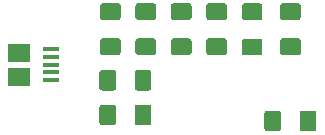
<source format=gbr>
G04 #@! TF.GenerationSoftware,KiCad,Pcbnew,(5.1.5)-3*
G04 #@! TF.CreationDate,2021-08-24T07:45:27-07:00*
G04 #@! TF.ProjectId,USB breakout,55534220-6272-4656-916b-6f75742e6b69,rev?*
G04 #@! TF.SameCoordinates,Original*
G04 #@! TF.FileFunction,Paste,Top*
G04 #@! TF.FilePolarity,Positive*
%FSLAX46Y46*%
G04 Gerber Fmt 4.6, Leading zero omitted, Abs format (unit mm)*
G04 Created by KiCad (PCBNEW (5.1.5)-3) date 2021-08-24 07:45:27*
%MOMM*%
%LPD*%
G04 APERTURE LIST*
%ADD10R,1.900000X1.500000*%
%ADD11R,1.350000X0.400000*%
%ADD12C,0.100000*%
G04 APERTURE END LIST*
D10*
X101512500Y-92000000D03*
D11*
X104212500Y-90350000D03*
X104212500Y-89700000D03*
X104212500Y-92300000D03*
X104212500Y-91650000D03*
X104212500Y-91000000D03*
D10*
X101512500Y-90000000D03*
D12*
G36*
X112899504Y-88763704D02*
G01*
X112923773Y-88767304D01*
X112947571Y-88773265D01*
X112970671Y-88781530D01*
X112992849Y-88792020D01*
X113013893Y-88804633D01*
X113033598Y-88819247D01*
X113051777Y-88835723D01*
X113068253Y-88853902D01*
X113082867Y-88873607D01*
X113095480Y-88894651D01*
X113105970Y-88916829D01*
X113114235Y-88939929D01*
X113120196Y-88963727D01*
X113123796Y-88987996D01*
X113125000Y-89012500D01*
X113125000Y-89937500D01*
X113123796Y-89962004D01*
X113120196Y-89986273D01*
X113114235Y-90010071D01*
X113105970Y-90033171D01*
X113095480Y-90055349D01*
X113082867Y-90076393D01*
X113068253Y-90096098D01*
X113051777Y-90114277D01*
X113033598Y-90130753D01*
X113013893Y-90145367D01*
X112992849Y-90157980D01*
X112970671Y-90168470D01*
X112947571Y-90176735D01*
X112923773Y-90182696D01*
X112899504Y-90186296D01*
X112875000Y-90187500D01*
X111625000Y-90187500D01*
X111600496Y-90186296D01*
X111576227Y-90182696D01*
X111552429Y-90176735D01*
X111529329Y-90168470D01*
X111507151Y-90157980D01*
X111486107Y-90145367D01*
X111466402Y-90130753D01*
X111448223Y-90114277D01*
X111431747Y-90096098D01*
X111417133Y-90076393D01*
X111404520Y-90055349D01*
X111394030Y-90033171D01*
X111385765Y-90010071D01*
X111379804Y-89986273D01*
X111376204Y-89962004D01*
X111375000Y-89937500D01*
X111375000Y-89012500D01*
X111376204Y-88987996D01*
X111379804Y-88963727D01*
X111385765Y-88939929D01*
X111394030Y-88916829D01*
X111404520Y-88894651D01*
X111417133Y-88873607D01*
X111431747Y-88853902D01*
X111448223Y-88835723D01*
X111466402Y-88819247D01*
X111486107Y-88804633D01*
X111507151Y-88792020D01*
X111529329Y-88781530D01*
X111552429Y-88773265D01*
X111576227Y-88767304D01*
X111600496Y-88763704D01*
X111625000Y-88762500D01*
X112875000Y-88762500D01*
X112899504Y-88763704D01*
G37*
G36*
X112899504Y-85788704D02*
G01*
X112923773Y-85792304D01*
X112947571Y-85798265D01*
X112970671Y-85806530D01*
X112992849Y-85817020D01*
X113013893Y-85829633D01*
X113033598Y-85844247D01*
X113051777Y-85860723D01*
X113068253Y-85878902D01*
X113082867Y-85898607D01*
X113095480Y-85919651D01*
X113105970Y-85941829D01*
X113114235Y-85964929D01*
X113120196Y-85988727D01*
X113123796Y-86012996D01*
X113125000Y-86037500D01*
X113125000Y-86962500D01*
X113123796Y-86987004D01*
X113120196Y-87011273D01*
X113114235Y-87035071D01*
X113105970Y-87058171D01*
X113095480Y-87080349D01*
X113082867Y-87101393D01*
X113068253Y-87121098D01*
X113051777Y-87139277D01*
X113033598Y-87155753D01*
X113013893Y-87170367D01*
X112992849Y-87182980D01*
X112970671Y-87193470D01*
X112947571Y-87201735D01*
X112923773Y-87207696D01*
X112899504Y-87211296D01*
X112875000Y-87212500D01*
X111625000Y-87212500D01*
X111600496Y-87211296D01*
X111576227Y-87207696D01*
X111552429Y-87201735D01*
X111529329Y-87193470D01*
X111507151Y-87182980D01*
X111486107Y-87170367D01*
X111466402Y-87155753D01*
X111448223Y-87139277D01*
X111431747Y-87121098D01*
X111417133Y-87101393D01*
X111404520Y-87080349D01*
X111394030Y-87058171D01*
X111385765Y-87035071D01*
X111379804Y-87011273D01*
X111376204Y-86987004D01*
X111375000Y-86962500D01*
X111375000Y-86037500D01*
X111376204Y-86012996D01*
X111379804Y-85988727D01*
X111385765Y-85964929D01*
X111394030Y-85941829D01*
X111404520Y-85919651D01*
X111417133Y-85898607D01*
X111431747Y-85878902D01*
X111448223Y-85860723D01*
X111466402Y-85844247D01*
X111486107Y-85829633D01*
X111507151Y-85817020D01*
X111529329Y-85806530D01*
X111552429Y-85798265D01*
X111576227Y-85792304D01*
X111600496Y-85788704D01*
X111625000Y-85787500D01*
X112875000Y-85787500D01*
X112899504Y-85788704D01*
G37*
G36*
X115899504Y-85788704D02*
G01*
X115923773Y-85792304D01*
X115947571Y-85798265D01*
X115970671Y-85806530D01*
X115992849Y-85817020D01*
X116013893Y-85829633D01*
X116033598Y-85844247D01*
X116051777Y-85860723D01*
X116068253Y-85878902D01*
X116082867Y-85898607D01*
X116095480Y-85919651D01*
X116105970Y-85941829D01*
X116114235Y-85964929D01*
X116120196Y-85988727D01*
X116123796Y-86012996D01*
X116125000Y-86037500D01*
X116125000Y-86962500D01*
X116123796Y-86987004D01*
X116120196Y-87011273D01*
X116114235Y-87035071D01*
X116105970Y-87058171D01*
X116095480Y-87080349D01*
X116082867Y-87101393D01*
X116068253Y-87121098D01*
X116051777Y-87139277D01*
X116033598Y-87155753D01*
X116013893Y-87170367D01*
X115992849Y-87182980D01*
X115970671Y-87193470D01*
X115947571Y-87201735D01*
X115923773Y-87207696D01*
X115899504Y-87211296D01*
X115875000Y-87212500D01*
X114625000Y-87212500D01*
X114600496Y-87211296D01*
X114576227Y-87207696D01*
X114552429Y-87201735D01*
X114529329Y-87193470D01*
X114507151Y-87182980D01*
X114486107Y-87170367D01*
X114466402Y-87155753D01*
X114448223Y-87139277D01*
X114431747Y-87121098D01*
X114417133Y-87101393D01*
X114404520Y-87080349D01*
X114394030Y-87058171D01*
X114385765Y-87035071D01*
X114379804Y-87011273D01*
X114376204Y-86987004D01*
X114375000Y-86962500D01*
X114375000Y-86037500D01*
X114376204Y-86012996D01*
X114379804Y-85988727D01*
X114385765Y-85964929D01*
X114394030Y-85941829D01*
X114404520Y-85919651D01*
X114417133Y-85898607D01*
X114431747Y-85878902D01*
X114448223Y-85860723D01*
X114466402Y-85844247D01*
X114486107Y-85829633D01*
X114507151Y-85817020D01*
X114529329Y-85806530D01*
X114552429Y-85798265D01*
X114576227Y-85792304D01*
X114600496Y-85788704D01*
X114625000Y-85787500D01*
X115875000Y-85787500D01*
X115899504Y-85788704D01*
G37*
G36*
X115899504Y-88763704D02*
G01*
X115923773Y-88767304D01*
X115947571Y-88773265D01*
X115970671Y-88781530D01*
X115992849Y-88792020D01*
X116013893Y-88804633D01*
X116033598Y-88819247D01*
X116051777Y-88835723D01*
X116068253Y-88853902D01*
X116082867Y-88873607D01*
X116095480Y-88894651D01*
X116105970Y-88916829D01*
X116114235Y-88939929D01*
X116120196Y-88963727D01*
X116123796Y-88987996D01*
X116125000Y-89012500D01*
X116125000Y-89937500D01*
X116123796Y-89962004D01*
X116120196Y-89986273D01*
X116114235Y-90010071D01*
X116105970Y-90033171D01*
X116095480Y-90055349D01*
X116082867Y-90076393D01*
X116068253Y-90096098D01*
X116051777Y-90114277D01*
X116033598Y-90130753D01*
X116013893Y-90145367D01*
X115992849Y-90157980D01*
X115970671Y-90168470D01*
X115947571Y-90176735D01*
X115923773Y-90182696D01*
X115899504Y-90186296D01*
X115875000Y-90187500D01*
X114625000Y-90187500D01*
X114600496Y-90186296D01*
X114576227Y-90182696D01*
X114552429Y-90176735D01*
X114529329Y-90168470D01*
X114507151Y-90157980D01*
X114486107Y-90145367D01*
X114466402Y-90130753D01*
X114448223Y-90114277D01*
X114431747Y-90096098D01*
X114417133Y-90076393D01*
X114404520Y-90055349D01*
X114394030Y-90033171D01*
X114385765Y-90010071D01*
X114379804Y-89986273D01*
X114376204Y-89962004D01*
X114375000Y-89937500D01*
X114375000Y-89012500D01*
X114376204Y-88987996D01*
X114379804Y-88963727D01*
X114385765Y-88939929D01*
X114394030Y-88916829D01*
X114404520Y-88894651D01*
X114417133Y-88873607D01*
X114431747Y-88853902D01*
X114448223Y-88835723D01*
X114466402Y-88819247D01*
X114486107Y-88804633D01*
X114507151Y-88792020D01*
X114529329Y-88781530D01*
X114552429Y-88773265D01*
X114576227Y-88767304D01*
X114600496Y-88763704D01*
X114625000Y-88762500D01*
X115875000Y-88762500D01*
X115899504Y-88763704D01*
G37*
G36*
X118899504Y-88763704D02*
G01*
X118923773Y-88767304D01*
X118947571Y-88773265D01*
X118970671Y-88781530D01*
X118992849Y-88792020D01*
X119013893Y-88804633D01*
X119033598Y-88819247D01*
X119051777Y-88835723D01*
X119068253Y-88853902D01*
X119082867Y-88873607D01*
X119095480Y-88894651D01*
X119105970Y-88916829D01*
X119114235Y-88939929D01*
X119120196Y-88963727D01*
X119123796Y-88987996D01*
X119125000Y-89012500D01*
X119125000Y-89937500D01*
X119123796Y-89962004D01*
X119120196Y-89986273D01*
X119114235Y-90010071D01*
X119105970Y-90033171D01*
X119095480Y-90055349D01*
X119082867Y-90076393D01*
X119068253Y-90096098D01*
X119051777Y-90114277D01*
X119033598Y-90130753D01*
X119013893Y-90145367D01*
X118992849Y-90157980D01*
X118970671Y-90168470D01*
X118947571Y-90176735D01*
X118923773Y-90182696D01*
X118899504Y-90186296D01*
X118875000Y-90187500D01*
X117625000Y-90187500D01*
X117600496Y-90186296D01*
X117576227Y-90182696D01*
X117552429Y-90176735D01*
X117529329Y-90168470D01*
X117507151Y-90157980D01*
X117486107Y-90145367D01*
X117466402Y-90130753D01*
X117448223Y-90114277D01*
X117431747Y-90096098D01*
X117417133Y-90076393D01*
X117404520Y-90055349D01*
X117394030Y-90033171D01*
X117385765Y-90010071D01*
X117379804Y-89986273D01*
X117376204Y-89962004D01*
X117375000Y-89937500D01*
X117375000Y-89012500D01*
X117376204Y-88987996D01*
X117379804Y-88963727D01*
X117385765Y-88939929D01*
X117394030Y-88916829D01*
X117404520Y-88894651D01*
X117417133Y-88873607D01*
X117431747Y-88853902D01*
X117448223Y-88835723D01*
X117466402Y-88819247D01*
X117486107Y-88804633D01*
X117507151Y-88792020D01*
X117529329Y-88781530D01*
X117552429Y-88773265D01*
X117576227Y-88767304D01*
X117600496Y-88763704D01*
X117625000Y-88762500D01*
X118875000Y-88762500D01*
X118899504Y-88763704D01*
G37*
G36*
X118899504Y-85788704D02*
G01*
X118923773Y-85792304D01*
X118947571Y-85798265D01*
X118970671Y-85806530D01*
X118992849Y-85817020D01*
X119013893Y-85829633D01*
X119033598Y-85844247D01*
X119051777Y-85860723D01*
X119068253Y-85878902D01*
X119082867Y-85898607D01*
X119095480Y-85919651D01*
X119105970Y-85941829D01*
X119114235Y-85964929D01*
X119120196Y-85988727D01*
X119123796Y-86012996D01*
X119125000Y-86037500D01*
X119125000Y-86962500D01*
X119123796Y-86987004D01*
X119120196Y-87011273D01*
X119114235Y-87035071D01*
X119105970Y-87058171D01*
X119095480Y-87080349D01*
X119082867Y-87101393D01*
X119068253Y-87121098D01*
X119051777Y-87139277D01*
X119033598Y-87155753D01*
X119013893Y-87170367D01*
X118992849Y-87182980D01*
X118970671Y-87193470D01*
X118947571Y-87201735D01*
X118923773Y-87207696D01*
X118899504Y-87211296D01*
X118875000Y-87212500D01*
X117625000Y-87212500D01*
X117600496Y-87211296D01*
X117576227Y-87207696D01*
X117552429Y-87201735D01*
X117529329Y-87193470D01*
X117507151Y-87182980D01*
X117486107Y-87170367D01*
X117466402Y-87155753D01*
X117448223Y-87139277D01*
X117431747Y-87121098D01*
X117417133Y-87101393D01*
X117404520Y-87080349D01*
X117394030Y-87058171D01*
X117385765Y-87035071D01*
X117379804Y-87011273D01*
X117376204Y-86987004D01*
X117375000Y-86962500D01*
X117375000Y-86037500D01*
X117376204Y-86012996D01*
X117379804Y-85988727D01*
X117385765Y-85964929D01*
X117394030Y-85941829D01*
X117404520Y-85919651D01*
X117417133Y-85898607D01*
X117431747Y-85878902D01*
X117448223Y-85860723D01*
X117466402Y-85844247D01*
X117486107Y-85829633D01*
X117507151Y-85817020D01*
X117529329Y-85806530D01*
X117552429Y-85798265D01*
X117576227Y-85792304D01*
X117600496Y-85788704D01*
X117625000Y-85787500D01*
X118875000Y-85787500D01*
X118899504Y-85788704D01*
G37*
G36*
X123499504Y-94876204D02*
G01*
X123523773Y-94879804D01*
X123547571Y-94885765D01*
X123570671Y-94894030D01*
X123592849Y-94904520D01*
X123613893Y-94917133D01*
X123633598Y-94931747D01*
X123651777Y-94948223D01*
X123668253Y-94966402D01*
X123682867Y-94986107D01*
X123695480Y-95007151D01*
X123705970Y-95029329D01*
X123714235Y-95052429D01*
X123720196Y-95076227D01*
X123723796Y-95100496D01*
X123725000Y-95125000D01*
X123725000Y-96375000D01*
X123723796Y-96399504D01*
X123720196Y-96423773D01*
X123714235Y-96447571D01*
X123705970Y-96470671D01*
X123695480Y-96492849D01*
X123682867Y-96513893D01*
X123668253Y-96533598D01*
X123651777Y-96551777D01*
X123633598Y-96568253D01*
X123613893Y-96582867D01*
X123592849Y-96595480D01*
X123570671Y-96605970D01*
X123547571Y-96614235D01*
X123523773Y-96620196D01*
X123499504Y-96623796D01*
X123475000Y-96625000D01*
X122550000Y-96625000D01*
X122525496Y-96623796D01*
X122501227Y-96620196D01*
X122477429Y-96614235D01*
X122454329Y-96605970D01*
X122432151Y-96595480D01*
X122411107Y-96582867D01*
X122391402Y-96568253D01*
X122373223Y-96551777D01*
X122356747Y-96533598D01*
X122342133Y-96513893D01*
X122329520Y-96492849D01*
X122319030Y-96470671D01*
X122310765Y-96447571D01*
X122304804Y-96423773D01*
X122301204Y-96399504D01*
X122300000Y-96375000D01*
X122300000Y-95125000D01*
X122301204Y-95100496D01*
X122304804Y-95076227D01*
X122310765Y-95052429D01*
X122319030Y-95029329D01*
X122329520Y-95007151D01*
X122342133Y-94986107D01*
X122356747Y-94966402D01*
X122373223Y-94948223D01*
X122391402Y-94931747D01*
X122411107Y-94917133D01*
X122432151Y-94904520D01*
X122454329Y-94894030D01*
X122477429Y-94885765D01*
X122501227Y-94879804D01*
X122525496Y-94876204D01*
X122550000Y-94875000D01*
X123475000Y-94875000D01*
X123499504Y-94876204D01*
G37*
G36*
X126474504Y-94876204D02*
G01*
X126498773Y-94879804D01*
X126522571Y-94885765D01*
X126545671Y-94894030D01*
X126567849Y-94904520D01*
X126588893Y-94917133D01*
X126608598Y-94931747D01*
X126626777Y-94948223D01*
X126643253Y-94966402D01*
X126657867Y-94986107D01*
X126670480Y-95007151D01*
X126680970Y-95029329D01*
X126689235Y-95052429D01*
X126695196Y-95076227D01*
X126698796Y-95100496D01*
X126700000Y-95125000D01*
X126700000Y-96375000D01*
X126698796Y-96399504D01*
X126695196Y-96423773D01*
X126689235Y-96447571D01*
X126680970Y-96470671D01*
X126670480Y-96492849D01*
X126657867Y-96513893D01*
X126643253Y-96533598D01*
X126626777Y-96551777D01*
X126608598Y-96568253D01*
X126588893Y-96582867D01*
X126567849Y-96595480D01*
X126545671Y-96605970D01*
X126522571Y-96614235D01*
X126498773Y-96620196D01*
X126474504Y-96623796D01*
X126450000Y-96625000D01*
X125525000Y-96625000D01*
X125500496Y-96623796D01*
X125476227Y-96620196D01*
X125452429Y-96614235D01*
X125429329Y-96605970D01*
X125407151Y-96595480D01*
X125386107Y-96582867D01*
X125366402Y-96568253D01*
X125348223Y-96551777D01*
X125331747Y-96533598D01*
X125317133Y-96513893D01*
X125304520Y-96492849D01*
X125294030Y-96470671D01*
X125285765Y-96447571D01*
X125279804Y-96423773D01*
X125276204Y-96399504D01*
X125275000Y-96375000D01*
X125275000Y-95125000D01*
X125276204Y-95100496D01*
X125279804Y-95076227D01*
X125285765Y-95052429D01*
X125294030Y-95029329D01*
X125304520Y-95007151D01*
X125317133Y-94986107D01*
X125331747Y-94966402D01*
X125348223Y-94948223D01*
X125366402Y-94931747D01*
X125386107Y-94917133D01*
X125407151Y-94904520D01*
X125429329Y-94894030D01*
X125452429Y-94885765D01*
X125476227Y-94879804D01*
X125500496Y-94876204D01*
X125525000Y-94875000D01*
X126450000Y-94875000D01*
X126474504Y-94876204D01*
G37*
G36*
X125149504Y-88763704D02*
G01*
X125173773Y-88767304D01*
X125197571Y-88773265D01*
X125220671Y-88781530D01*
X125242849Y-88792020D01*
X125263893Y-88804633D01*
X125283598Y-88819247D01*
X125301777Y-88835723D01*
X125318253Y-88853902D01*
X125332867Y-88873607D01*
X125345480Y-88894651D01*
X125355970Y-88916829D01*
X125364235Y-88939929D01*
X125370196Y-88963727D01*
X125373796Y-88987996D01*
X125375000Y-89012500D01*
X125375000Y-89937500D01*
X125373796Y-89962004D01*
X125370196Y-89986273D01*
X125364235Y-90010071D01*
X125355970Y-90033171D01*
X125345480Y-90055349D01*
X125332867Y-90076393D01*
X125318253Y-90096098D01*
X125301777Y-90114277D01*
X125283598Y-90130753D01*
X125263893Y-90145367D01*
X125242849Y-90157980D01*
X125220671Y-90168470D01*
X125197571Y-90176735D01*
X125173773Y-90182696D01*
X125149504Y-90186296D01*
X125125000Y-90187500D01*
X123875000Y-90187500D01*
X123850496Y-90186296D01*
X123826227Y-90182696D01*
X123802429Y-90176735D01*
X123779329Y-90168470D01*
X123757151Y-90157980D01*
X123736107Y-90145367D01*
X123716402Y-90130753D01*
X123698223Y-90114277D01*
X123681747Y-90096098D01*
X123667133Y-90076393D01*
X123654520Y-90055349D01*
X123644030Y-90033171D01*
X123635765Y-90010071D01*
X123629804Y-89986273D01*
X123626204Y-89962004D01*
X123625000Y-89937500D01*
X123625000Y-89012500D01*
X123626204Y-88987996D01*
X123629804Y-88963727D01*
X123635765Y-88939929D01*
X123644030Y-88916829D01*
X123654520Y-88894651D01*
X123667133Y-88873607D01*
X123681747Y-88853902D01*
X123698223Y-88835723D01*
X123716402Y-88819247D01*
X123736107Y-88804633D01*
X123757151Y-88792020D01*
X123779329Y-88781530D01*
X123802429Y-88773265D01*
X123826227Y-88767304D01*
X123850496Y-88763704D01*
X123875000Y-88762500D01*
X125125000Y-88762500D01*
X125149504Y-88763704D01*
G37*
G36*
X125149504Y-85788704D02*
G01*
X125173773Y-85792304D01*
X125197571Y-85798265D01*
X125220671Y-85806530D01*
X125242849Y-85817020D01*
X125263893Y-85829633D01*
X125283598Y-85844247D01*
X125301777Y-85860723D01*
X125318253Y-85878902D01*
X125332867Y-85898607D01*
X125345480Y-85919651D01*
X125355970Y-85941829D01*
X125364235Y-85964929D01*
X125370196Y-85988727D01*
X125373796Y-86012996D01*
X125375000Y-86037500D01*
X125375000Y-86962500D01*
X125373796Y-86987004D01*
X125370196Y-87011273D01*
X125364235Y-87035071D01*
X125355970Y-87058171D01*
X125345480Y-87080349D01*
X125332867Y-87101393D01*
X125318253Y-87121098D01*
X125301777Y-87139277D01*
X125283598Y-87155753D01*
X125263893Y-87170367D01*
X125242849Y-87182980D01*
X125220671Y-87193470D01*
X125197571Y-87201735D01*
X125173773Y-87207696D01*
X125149504Y-87211296D01*
X125125000Y-87212500D01*
X123875000Y-87212500D01*
X123850496Y-87211296D01*
X123826227Y-87207696D01*
X123802429Y-87201735D01*
X123779329Y-87193470D01*
X123757151Y-87182980D01*
X123736107Y-87170367D01*
X123716402Y-87155753D01*
X123698223Y-87139277D01*
X123681747Y-87121098D01*
X123667133Y-87101393D01*
X123654520Y-87080349D01*
X123644030Y-87058171D01*
X123635765Y-87035071D01*
X123629804Y-87011273D01*
X123626204Y-86987004D01*
X123625000Y-86962500D01*
X123625000Y-86037500D01*
X123626204Y-86012996D01*
X123629804Y-85988727D01*
X123635765Y-85964929D01*
X123644030Y-85941829D01*
X123654520Y-85919651D01*
X123667133Y-85898607D01*
X123681747Y-85878902D01*
X123698223Y-85860723D01*
X123716402Y-85844247D01*
X123736107Y-85829633D01*
X123757151Y-85817020D01*
X123779329Y-85806530D01*
X123802429Y-85798265D01*
X123826227Y-85792304D01*
X123850496Y-85788704D01*
X123875000Y-85787500D01*
X125125000Y-85787500D01*
X125149504Y-85788704D01*
G37*
G36*
X109899504Y-85788704D02*
G01*
X109923773Y-85792304D01*
X109947571Y-85798265D01*
X109970671Y-85806530D01*
X109992849Y-85817020D01*
X110013893Y-85829633D01*
X110033598Y-85844247D01*
X110051777Y-85860723D01*
X110068253Y-85878902D01*
X110082867Y-85898607D01*
X110095480Y-85919651D01*
X110105970Y-85941829D01*
X110114235Y-85964929D01*
X110120196Y-85988727D01*
X110123796Y-86012996D01*
X110125000Y-86037500D01*
X110125000Y-86962500D01*
X110123796Y-86987004D01*
X110120196Y-87011273D01*
X110114235Y-87035071D01*
X110105970Y-87058171D01*
X110095480Y-87080349D01*
X110082867Y-87101393D01*
X110068253Y-87121098D01*
X110051777Y-87139277D01*
X110033598Y-87155753D01*
X110013893Y-87170367D01*
X109992849Y-87182980D01*
X109970671Y-87193470D01*
X109947571Y-87201735D01*
X109923773Y-87207696D01*
X109899504Y-87211296D01*
X109875000Y-87212500D01*
X108625000Y-87212500D01*
X108600496Y-87211296D01*
X108576227Y-87207696D01*
X108552429Y-87201735D01*
X108529329Y-87193470D01*
X108507151Y-87182980D01*
X108486107Y-87170367D01*
X108466402Y-87155753D01*
X108448223Y-87139277D01*
X108431747Y-87121098D01*
X108417133Y-87101393D01*
X108404520Y-87080349D01*
X108394030Y-87058171D01*
X108385765Y-87035071D01*
X108379804Y-87011273D01*
X108376204Y-86987004D01*
X108375000Y-86962500D01*
X108375000Y-86037500D01*
X108376204Y-86012996D01*
X108379804Y-85988727D01*
X108385765Y-85964929D01*
X108394030Y-85941829D01*
X108404520Y-85919651D01*
X108417133Y-85898607D01*
X108431747Y-85878902D01*
X108448223Y-85860723D01*
X108466402Y-85844247D01*
X108486107Y-85829633D01*
X108507151Y-85817020D01*
X108529329Y-85806530D01*
X108552429Y-85798265D01*
X108576227Y-85792304D01*
X108600496Y-85788704D01*
X108625000Y-85787500D01*
X109875000Y-85787500D01*
X109899504Y-85788704D01*
G37*
G36*
X109899504Y-88763704D02*
G01*
X109923773Y-88767304D01*
X109947571Y-88773265D01*
X109970671Y-88781530D01*
X109992849Y-88792020D01*
X110013893Y-88804633D01*
X110033598Y-88819247D01*
X110051777Y-88835723D01*
X110068253Y-88853902D01*
X110082867Y-88873607D01*
X110095480Y-88894651D01*
X110105970Y-88916829D01*
X110114235Y-88939929D01*
X110120196Y-88963727D01*
X110123796Y-88987996D01*
X110125000Y-89012500D01*
X110125000Y-89937500D01*
X110123796Y-89962004D01*
X110120196Y-89986273D01*
X110114235Y-90010071D01*
X110105970Y-90033171D01*
X110095480Y-90055349D01*
X110082867Y-90076393D01*
X110068253Y-90096098D01*
X110051777Y-90114277D01*
X110033598Y-90130753D01*
X110013893Y-90145367D01*
X109992849Y-90157980D01*
X109970671Y-90168470D01*
X109947571Y-90176735D01*
X109923773Y-90182696D01*
X109899504Y-90186296D01*
X109875000Y-90187500D01*
X108625000Y-90187500D01*
X108600496Y-90186296D01*
X108576227Y-90182696D01*
X108552429Y-90176735D01*
X108529329Y-90168470D01*
X108507151Y-90157980D01*
X108486107Y-90145367D01*
X108466402Y-90130753D01*
X108448223Y-90114277D01*
X108431747Y-90096098D01*
X108417133Y-90076393D01*
X108404520Y-90055349D01*
X108394030Y-90033171D01*
X108385765Y-90010071D01*
X108379804Y-89986273D01*
X108376204Y-89962004D01*
X108375000Y-89937500D01*
X108375000Y-89012500D01*
X108376204Y-88987996D01*
X108379804Y-88963727D01*
X108385765Y-88939929D01*
X108394030Y-88916829D01*
X108404520Y-88894651D01*
X108417133Y-88873607D01*
X108431747Y-88853902D01*
X108448223Y-88835723D01*
X108466402Y-88819247D01*
X108486107Y-88804633D01*
X108507151Y-88792020D01*
X108529329Y-88781530D01*
X108552429Y-88773265D01*
X108576227Y-88767304D01*
X108600496Y-88763704D01*
X108625000Y-88762500D01*
X109875000Y-88762500D01*
X109899504Y-88763704D01*
G37*
G36*
X121899504Y-88788704D02*
G01*
X121923773Y-88792304D01*
X121947571Y-88798265D01*
X121970671Y-88806530D01*
X121992849Y-88817020D01*
X122013893Y-88829633D01*
X122033598Y-88844247D01*
X122051777Y-88860723D01*
X122068253Y-88878902D01*
X122082867Y-88898607D01*
X122095480Y-88919651D01*
X122105970Y-88941829D01*
X122114235Y-88964929D01*
X122120196Y-88988727D01*
X122123796Y-89012996D01*
X122125000Y-89037500D01*
X122125000Y-89962500D01*
X122123796Y-89987004D01*
X122120196Y-90011273D01*
X122114235Y-90035071D01*
X122105970Y-90058171D01*
X122095480Y-90080349D01*
X122082867Y-90101393D01*
X122068253Y-90121098D01*
X122051777Y-90139277D01*
X122033598Y-90155753D01*
X122013893Y-90170367D01*
X121992849Y-90182980D01*
X121970671Y-90193470D01*
X121947571Y-90201735D01*
X121923773Y-90207696D01*
X121899504Y-90211296D01*
X121875000Y-90212500D01*
X120625000Y-90212500D01*
X120600496Y-90211296D01*
X120576227Y-90207696D01*
X120552429Y-90201735D01*
X120529329Y-90193470D01*
X120507151Y-90182980D01*
X120486107Y-90170367D01*
X120466402Y-90155753D01*
X120448223Y-90139277D01*
X120431747Y-90121098D01*
X120417133Y-90101393D01*
X120404520Y-90080349D01*
X120394030Y-90058171D01*
X120385765Y-90035071D01*
X120379804Y-90011273D01*
X120376204Y-89987004D01*
X120375000Y-89962500D01*
X120375000Y-89037500D01*
X120376204Y-89012996D01*
X120379804Y-88988727D01*
X120385765Y-88964929D01*
X120394030Y-88941829D01*
X120404520Y-88919651D01*
X120417133Y-88898607D01*
X120431747Y-88878902D01*
X120448223Y-88860723D01*
X120466402Y-88844247D01*
X120486107Y-88829633D01*
X120507151Y-88817020D01*
X120529329Y-88806530D01*
X120552429Y-88798265D01*
X120576227Y-88792304D01*
X120600496Y-88788704D01*
X120625000Y-88787500D01*
X121875000Y-88787500D01*
X121899504Y-88788704D01*
G37*
G36*
X121899504Y-85813704D02*
G01*
X121923773Y-85817304D01*
X121947571Y-85823265D01*
X121970671Y-85831530D01*
X121992849Y-85842020D01*
X122013893Y-85854633D01*
X122033598Y-85869247D01*
X122051777Y-85885723D01*
X122068253Y-85903902D01*
X122082867Y-85923607D01*
X122095480Y-85944651D01*
X122105970Y-85966829D01*
X122114235Y-85989929D01*
X122120196Y-86013727D01*
X122123796Y-86037996D01*
X122125000Y-86062500D01*
X122125000Y-86987500D01*
X122123796Y-87012004D01*
X122120196Y-87036273D01*
X122114235Y-87060071D01*
X122105970Y-87083171D01*
X122095480Y-87105349D01*
X122082867Y-87126393D01*
X122068253Y-87146098D01*
X122051777Y-87164277D01*
X122033598Y-87180753D01*
X122013893Y-87195367D01*
X121992849Y-87207980D01*
X121970671Y-87218470D01*
X121947571Y-87226735D01*
X121923773Y-87232696D01*
X121899504Y-87236296D01*
X121875000Y-87237500D01*
X120625000Y-87237500D01*
X120600496Y-87236296D01*
X120576227Y-87232696D01*
X120552429Y-87226735D01*
X120529329Y-87218470D01*
X120507151Y-87207980D01*
X120486107Y-87195367D01*
X120466402Y-87180753D01*
X120448223Y-87164277D01*
X120431747Y-87146098D01*
X120417133Y-87126393D01*
X120404520Y-87105349D01*
X120394030Y-87083171D01*
X120385765Y-87060071D01*
X120379804Y-87036273D01*
X120376204Y-87012004D01*
X120375000Y-86987500D01*
X120375000Y-86062500D01*
X120376204Y-86037996D01*
X120379804Y-86013727D01*
X120385765Y-85989929D01*
X120394030Y-85966829D01*
X120404520Y-85944651D01*
X120417133Y-85923607D01*
X120431747Y-85903902D01*
X120448223Y-85885723D01*
X120466402Y-85869247D01*
X120486107Y-85854633D01*
X120507151Y-85842020D01*
X120529329Y-85831530D01*
X120552429Y-85823265D01*
X120576227Y-85817304D01*
X120600496Y-85813704D01*
X120625000Y-85812500D01*
X121875000Y-85812500D01*
X121899504Y-85813704D01*
G37*
G36*
X112499503Y-94376204D02*
G01*
X112523772Y-94379804D01*
X112547570Y-94385765D01*
X112570670Y-94394030D01*
X112592848Y-94404520D01*
X112613892Y-94417133D01*
X112633597Y-94431747D01*
X112651776Y-94448223D01*
X112668252Y-94466402D01*
X112682866Y-94486107D01*
X112695479Y-94507151D01*
X112705969Y-94529329D01*
X112714234Y-94552429D01*
X112720195Y-94576227D01*
X112723795Y-94600496D01*
X112724999Y-94625000D01*
X112724999Y-95875000D01*
X112723795Y-95899504D01*
X112720195Y-95923773D01*
X112714234Y-95947571D01*
X112705969Y-95970671D01*
X112695479Y-95992849D01*
X112682866Y-96013893D01*
X112668252Y-96033598D01*
X112651776Y-96051777D01*
X112633597Y-96068253D01*
X112613892Y-96082867D01*
X112592848Y-96095480D01*
X112570670Y-96105970D01*
X112547570Y-96114235D01*
X112523772Y-96120196D01*
X112499503Y-96123796D01*
X112474999Y-96125000D01*
X111549999Y-96125000D01*
X111525495Y-96123796D01*
X111501226Y-96120196D01*
X111477428Y-96114235D01*
X111454328Y-96105970D01*
X111432150Y-96095480D01*
X111411106Y-96082867D01*
X111391401Y-96068253D01*
X111373222Y-96051777D01*
X111356746Y-96033598D01*
X111342132Y-96013893D01*
X111329519Y-95992849D01*
X111319029Y-95970671D01*
X111310764Y-95947571D01*
X111304803Y-95923773D01*
X111301203Y-95899504D01*
X111299999Y-95875000D01*
X111299999Y-94625000D01*
X111301203Y-94600496D01*
X111304803Y-94576227D01*
X111310764Y-94552429D01*
X111319029Y-94529329D01*
X111329519Y-94507151D01*
X111342132Y-94486107D01*
X111356746Y-94466402D01*
X111373222Y-94448223D01*
X111391401Y-94431747D01*
X111411106Y-94417133D01*
X111432150Y-94404520D01*
X111454328Y-94394030D01*
X111477428Y-94385765D01*
X111501226Y-94379804D01*
X111525495Y-94376204D01*
X111549999Y-94375000D01*
X112474999Y-94375000D01*
X112499503Y-94376204D01*
G37*
G36*
X109524503Y-94376204D02*
G01*
X109548772Y-94379804D01*
X109572570Y-94385765D01*
X109595670Y-94394030D01*
X109617848Y-94404520D01*
X109638892Y-94417133D01*
X109658597Y-94431747D01*
X109676776Y-94448223D01*
X109693252Y-94466402D01*
X109707866Y-94486107D01*
X109720479Y-94507151D01*
X109730969Y-94529329D01*
X109739234Y-94552429D01*
X109745195Y-94576227D01*
X109748795Y-94600496D01*
X109749999Y-94625000D01*
X109749999Y-95875000D01*
X109748795Y-95899504D01*
X109745195Y-95923773D01*
X109739234Y-95947571D01*
X109730969Y-95970671D01*
X109720479Y-95992849D01*
X109707866Y-96013893D01*
X109693252Y-96033598D01*
X109676776Y-96051777D01*
X109658597Y-96068253D01*
X109638892Y-96082867D01*
X109617848Y-96095480D01*
X109595670Y-96105970D01*
X109572570Y-96114235D01*
X109548772Y-96120196D01*
X109524503Y-96123796D01*
X109499999Y-96125000D01*
X108574999Y-96125000D01*
X108550495Y-96123796D01*
X108526226Y-96120196D01*
X108502428Y-96114235D01*
X108479328Y-96105970D01*
X108457150Y-96095480D01*
X108436106Y-96082867D01*
X108416401Y-96068253D01*
X108398222Y-96051777D01*
X108381746Y-96033598D01*
X108367132Y-96013893D01*
X108354519Y-95992849D01*
X108344029Y-95970671D01*
X108335764Y-95947571D01*
X108329803Y-95923773D01*
X108326203Y-95899504D01*
X108324999Y-95875000D01*
X108324999Y-94625000D01*
X108326203Y-94600496D01*
X108329803Y-94576227D01*
X108335764Y-94552429D01*
X108344029Y-94529329D01*
X108354519Y-94507151D01*
X108367132Y-94486107D01*
X108381746Y-94466402D01*
X108398222Y-94448223D01*
X108416401Y-94431747D01*
X108436106Y-94417133D01*
X108457150Y-94404520D01*
X108479328Y-94394030D01*
X108502428Y-94385765D01*
X108526226Y-94379804D01*
X108550495Y-94376204D01*
X108574999Y-94375000D01*
X109499999Y-94375000D01*
X109524503Y-94376204D01*
G37*
G36*
X109524503Y-91441203D02*
G01*
X109548772Y-91444803D01*
X109572570Y-91450764D01*
X109595670Y-91459029D01*
X109617848Y-91469519D01*
X109638892Y-91482132D01*
X109658597Y-91496746D01*
X109676776Y-91513222D01*
X109693252Y-91531401D01*
X109707866Y-91551106D01*
X109720479Y-91572150D01*
X109730969Y-91594328D01*
X109739234Y-91617428D01*
X109745195Y-91641226D01*
X109748795Y-91665495D01*
X109749999Y-91689999D01*
X109749999Y-92939999D01*
X109748795Y-92964503D01*
X109745195Y-92988772D01*
X109739234Y-93012570D01*
X109730969Y-93035670D01*
X109720479Y-93057848D01*
X109707866Y-93078892D01*
X109693252Y-93098597D01*
X109676776Y-93116776D01*
X109658597Y-93133252D01*
X109638892Y-93147866D01*
X109617848Y-93160479D01*
X109595670Y-93170969D01*
X109572570Y-93179234D01*
X109548772Y-93185195D01*
X109524503Y-93188795D01*
X109499999Y-93189999D01*
X108574999Y-93189999D01*
X108550495Y-93188795D01*
X108526226Y-93185195D01*
X108502428Y-93179234D01*
X108479328Y-93170969D01*
X108457150Y-93160479D01*
X108436106Y-93147866D01*
X108416401Y-93133252D01*
X108398222Y-93116776D01*
X108381746Y-93098597D01*
X108367132Y-93078892D01*
X108354519Y-93057848D01*
X108344029Y-93035670D01*
X108335764Y-93012570D01*
X108329803Y-92988772D01*
X108326203Y-92964503D01*
X108324999Y-92939999D01*
X108324999Y-91689999D01*
X108326203Y-91665495D01*
X108329803Y-91641226D01*
X108335764Y-91617428D01*
X108344029Y-91594328D01*
X108354519Y-91572150D01*
X108367132Y-91551106D01*
X108381746Y-91531401D01*
X108398222Y-91513222D01*
X108416401Y-91496746D01*
X108436106Y-91482132D01*
X108457150Y-91469519D01*
X108479328Y-91459029D01*
X108502428Y-91450764D01*
X108526226Y-91444803D01*
X108550495Y-91441203D01*
X108574999Y-91439999D01*
X109499999Y-91439999D01*
X109524503Y-91441203D01*
G37*
G36*
X112499503Y-91441203D02*
G01*
X112523772Y-91444803D01*
X112547570Y-91450764D01*
X112570670Y-91459029D01*
X112592848Y-91469519D01*
X112613892Y-91482132D01*
X112633597Y-91496746D01*
X112651776Y-91513222D01*
X112668252Y-91531401D01*
X112682866Y-91551106D01*
X112695479Y-91572150D01*
X112705969Y-91594328D01*
X112714234Y-91617428D01*
X112720195Y-91641226D01*
X112723795Y-91665495D01*
X112724999Y-91689999D01*
X112724999Y-92939999D01*
X112723795Y-92964503D01*
X112720195Y-92988772D01*
X112714234Y-93012570D01*
X112705969Y-93035670D01*
X112695479Y-93057848D01*
X112682866Y-93078892D01*
X112668252Y-93098597D01*
X112651776Y-93116776D01*
X112633597Y-93133252D01*
X112613892Y-93147866D01*
X112592848Y-93160479D01*
X112570670Y-93170969D01*
X112547570Y-93179234D01*
X112523772Y-93185195D01*
X112499503Y-93188795D01*
X112474999Y-93189999D01*
X111549999Y-93189999D01*
X111525495Y-93188795D01*
X111501226Y-93185195D01*
X111477428Y-93179234D01*
X111454328Y-93170969D01*
X111432150Y-93160479D01*
X111411106Y-93147866D01*
X111391401Y-93133252D01*
X111373222Y-93116776D01*
X111356746Y-93098597D01*
X111342132Y-93078892D01*
X111329519Y-93057848D01*
X111319029Y-93035670D01*
X111310764Y-93012570D01*
X111304803Y-92988772D01*
X111301203Y-92964503D01*
X111299999Y-92939999D01*
X111299999Y-91689999D01*
X111301203Y-91665495D01*
X111304803Y-91641226D01*
X111310764Y-91617428D01*
X111319029Y-91594328D01*
X111329519Y-91572150D01*
X111342132Y-91551106D01*
X111356746Y-91531401D01*
X111373222Y-91513222D01*
X111391401Y-91496746D01*
X111411106Y-91482132D01*
X111432150Y-91469519D01*
X111454328Y-91459029D01*
X111477428Y-91450764D01*
X111501226Y-91444803D01*
X111525495Y-91441203D01*
X111549999Y-91439999D01*
X112474999Y-91439999D01*
X112499503Y-91441203D01*
G37*
M02*

</source>
